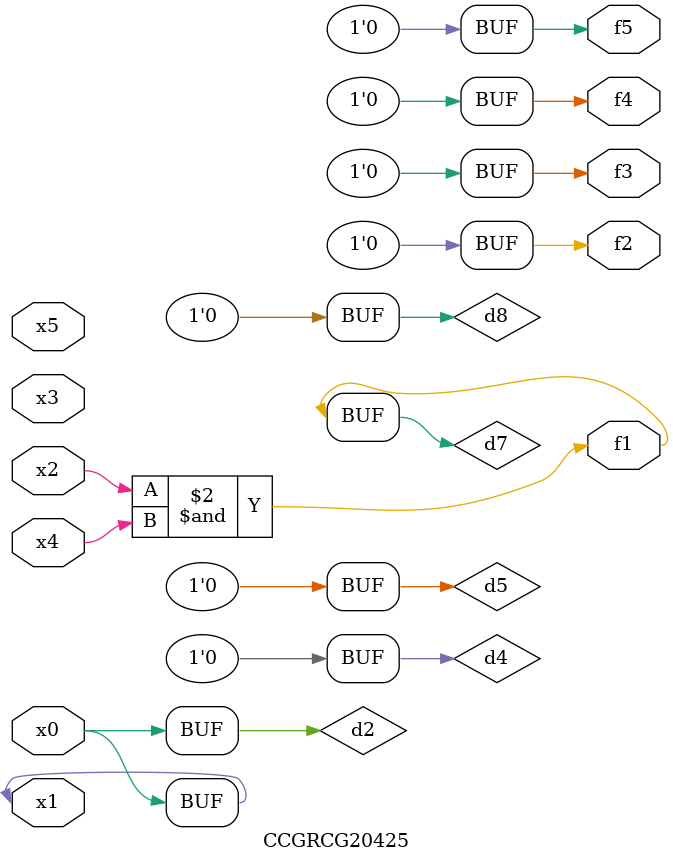
<source format=v>
module CCGRCG20425(
	input x0, x1, x2, x3, x4, x5,
	output f1, f2, f3, f4, f5
);

	wire d1, d2, d3, d4, d5, d6, d7, d8, d9;

	nand (d1, x1);
	buf (d2, x0, x1);
	nand (d3, x2, x4);
	and (d4, d1, d2);
	and (d5, d1, d2);
	nand (d6, d1, d3);
	not (d7, d3);
	xor (d8, d5);
	nor (d9, d5, d6);
	assign f1 = d7;
	assign f2 = d8;
	assign f3 = d8;
	assign f4 = d8;
	assign f5 = d8;
endmodule

</source>
